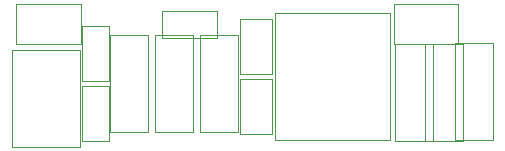
<source format=gbr>
G04 #@! TF.GenerationSoftware,KiCad,Pcbnew,(5.0.2)-1*
G04 #@! TF.CreationDate,2019-01-06T14:15:55+01:00*
G04 #@! TF.ProjectId,Xany2Msx,58616e79-324d-4737-982e-6b696361645f,rev?*
G04 #@! TF.SameCoordinates,Original*
G04 #@! TF.FileFunction,Other,User*
%FSLAX46Y46*%
G04 Gerber Fmt 4.6, Leading zero omitted, Abs format (unit mm)*
G04 Created by KiCad (PCBNEW (5.0.2)-1) date 06/01/2019 14:15:55*
%MOMM*%
%LPD*%
G01*
G04 APERTURE LIST*
%ADD10C,0.050000*%
G04 APERTURE END LIST*
D10*
G04 #@! TO.C,D1*
X138410000Y-88060000D02*
X138410000Y-84660000D01*
X138410000Y-84660000D02*
X132960000Y-84660000D01*
X132960000Y-84660000D02*
X132960000Y-88060000D01*
X132960000Y-88060000D02*
X138410000Y-88060000D01*
G04 #@! TO.C,U1*
X122852000Y-85395000D02*
X122852000Y-96195000D01*
X122852000Y-96195000D02*
X132652000Y-96195000D01*
X132652000Y-96195000D02*
X132652000Y-85395000D01*
X132652000Y-85395000D02*
X122852000Y-85395000D01*
G04 #@! TO.C,J1*
X112700000Y-87300000D02*
X112700000Y-95500000D01*
X112700000Y-95500000D02*
X115900000Y-95500000D01*
X115900000Y-95500000D02*
X115900000Y-87300000D01*
X115900000Y-87300000D02*
X112700000Y-87300000D01*
G04 #@! TO.C,J2*
X133020000Y-96215000D02*
X136220000Y-96215000D01*
X133020000Y-88015000D02*
X133020000Y-96215000D01*
X136220000Y-88015000D02*
X133020000Y-88015000D01*
X136220000Y-96215000D02*
X136220000Y-88015000D01*
G04 #@! TO.C,J3*
X138760000Y-96215000D02*
X138760000Y-88015000D01*
X138760000Y-88015000D02*
X135560000Y-88015000D01*
X135560000Y-88015000D02*
X135560000Y-96215000D01*
X135560000Y-96215000D02*
X138760000Y-96215000D01*
G04 #@! TO.C,J4*
X141300000Y-87935000D02*
X138100000Y-87935000D01*
X141300000Y-96135000D02*
X141300000Y-87935000D01*
X138100000Y-96135000D02*
X141300000Y-96135000D01*
X138100000Y-87935000D02*
X138100000Y-96135000D01*
G04 #@! TO.C,J5*
X116510000Y-87300000D02*
X116510000Y-95500000D01*
X116510000Y-95500000D02*
X119710000Y-95500000D01*
X119710000Y-95500000D02*
X119710000Y-87300000D01*
X119710000Y-87300000D02*
X116510000Y-87300000D01*
G04 #@! TO.C,C1*
X119935000Y-90545000D02*
X122635000Y-90545000D01*
X122635000Y-90545000D02*
X122635000Y-85945000D01*
X122635000Y-85945000D02*
X119935000Y-85945000D01*
X119935000Y-85945000D02*
X119935000Y-90545000D01*
G04 #@! TO.C,C2*
X122635000Y-95625000D02*
X122635000Y-91025000D01*
X119935000Y-95625000D02*
X122635000Y-95625000D01*
X119935000Y-91025000D02*
X119935000Y-95625000D01*
X122635000Y-91025000D02*
X119935000Y-91025000D01*
G04 #@! TO.C,R1*
X117990000Y-87510000D02*
X117990000Y-85210000D01*
X117990000Y-85210000D02*
X113290000Y-85210000D01*
X113290000Y-85210000D02*
X113290000Y-87510000D01*
X113290000Y-87510000D02*
X117990000Y-87510000D01*
G04 #@! TO.C,D2*
X100985000Y-84660000D02*
X100985000Y-88060000D01*
X100985000Y-88060000D02*
X106435000Y-88060000D01*
X106435000Y-88060000D02*
X106435000Y-84660000D01*
X106435000Y-84660000D02*
X100985000Y-84660000D01*
G04 #@! TO.C,J6*
X100635000Y-88570000D02*
X100635000Y-96770000D01*
X100635000Y-96770000D02*
X106335000Y-96770000D01*
X106335000Y-96770000D02*
X106335000Y-88570000D01*
X106335000Y-88570000D02*
X100635000Y-88570000D01*
G04 #@! TO.C,R2*
X108846000Y-91180000D02*
X108846000Y-86480000D01*
X106546000Y-91180000D02*
X108846000Y-91180000D01*
X106546000Y-86480000D02*
X106546000Y-91180000D01*
X108846000Y-86480000D02*
X106546000Y-86480000D01*
G04 #@! TO.C,R3*
X108846000Y-91560000D02*
X106546000Y-91560000D01*
X106546000Y-91560000D02*
X106546000Y-96260000D01*
X106546000Y-96260000D02*
X108846000Y-96260000D01*
X108846000Y-96260000D02*
X108846000Y-91560000D01*
G04 #@! TO.C,J7*
X108890000Y-87300000D02*
X108890000Y-95500000D01*
X108890000Y-95500000D02*
X112090000Y-95500000D01*
X112090000Y-95500000D02*
X112090000Y-87300000D01*
X112090000Y-87300000D02*
X108890000Y-87300000D01*
G04 #@! TD*
M02*

</source>
